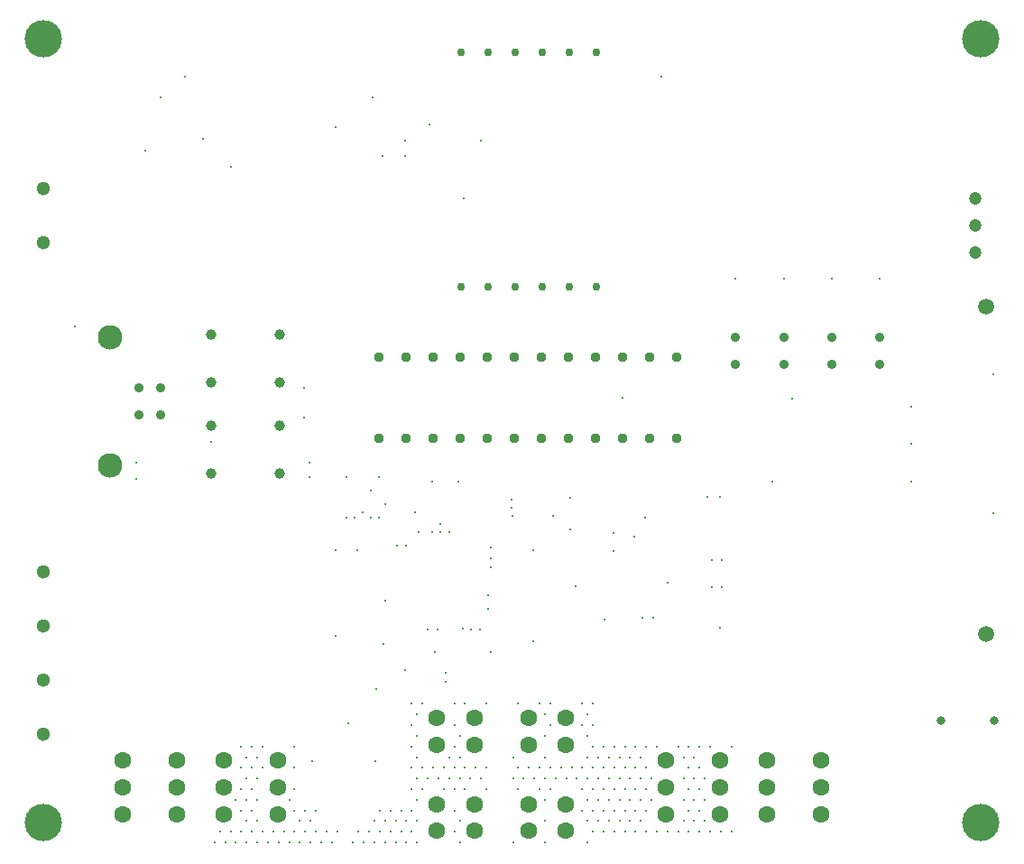
<source format=gbr>
%TF.GenerationSoftware,Altium Limited,Altium Designer,25.2.1 (25)*%
G04 Layer_Color=0*
%FSLAX43Y43*%
%MOMM*%
%TF.SameCoordinates,14BE83A4-B3EB-4770-8DB1-726BE69DDD70*%
%TF.FilePolarity,Positive*%
%TF.FileFunction,Plated,1,4,PTH,Drill*%
%TF.Part,Single*%
G01*
G75*
%TA.AperFunction,ComponentDrill*%
%ADD129C,0.900*%
%ADD130C,0.762*%
%ADD131C,1.600*%
%ADD132C,0.800*%
%ADD133C,1.200*%
%ADD134C,1.300*%
%ADD135C,0.950*%
%ADD136C,1.500*%
%ADD137C,1.000*%
%ADD138C,2.300*%
%TA.AperFunction,OtherDrill,Pad Free-X (92.5mm,78mm)*%
%ADD139C,3.500*%
%TA.AperFunction,OtherDrill,Pad Free-X (4.5mm,78mm)*%
%ADD140C,3.500*%
%TA.AperFunction,OtherDrill,Pad Free-X (4.5mm,4.5mm)*%
%ADD141C,3.500*%
%TA.AperFunction,OtherDrill,Pad Free-X (92.5mm,4.5mm)*%
%ADD142C,3.500*%
%TA.AperFunction,ViaDrill,NotFilled*%
%ADD143C,0.200*%
%ADD144C,0.175*%
D129*
X69500Y50000D02*
D03*
Y47460D02*
D03*
X78500Y50000D02*
D03*
Y47460D02*
D03*
X83000Y50000D02*
D03*
Y47460D02*
D03*
X74000D02*
D03*
Y50000D02*
D03*
X15500Y42750D02*
D03*
X13500D02*
D03*
Y45250D02*
D03*
X15500D02*
D03*
D130*
X48768Y54786D02*
D03*
X56388Y76786D02*
D03*
X53848D02*
D03*
X51308D02*
D03*
X48768D02*
D03*
X46228D02*
D03*
X43688D02*
D03*
X56388Y54786D02*
D03*
X53848D02*
D03*
X51308D02*
D03*
X46228D02*
D03*
X43688D02*
D03*
D131*
X17040Y10290D02*
D03*
Y7750D02*
D03*
Y5210D02*
D03*
X11960D02*
D03*
Y7750D02*
D03*
Y10290D02*
D03*
X26540D02*
D03*
Y7750D02*
D03*
Y5210D02*
D03*
X21460D02*
D03*
Y7750D02*
D03*
Y10290D02*
D03*
X68040D02*
D03*
Y7750D02*
D03*
Y5210D02*
D03*
X62960D02*
D03*
Y7750D02*
D03*
Y10290D02*
D03*
X41460Y11750D02*
D03*
Y14250D02*
D03*
X44960Y11750D02*
D03*
Y14250D02*
D03*
X50040Y11750D02*
D03*
Y14250D02*
D03*
X53540Y11750D02*
D03*
Y14250D02*
D03*
X77540Y10290D02*
D03*
Y7750D02*
D03*
Y5210D02*
D03*
X72460D02*
D03*
Y7750D02*
D03*
Y10290D02*
D03*
X41460Y3660D02*
D03*
Y6160D02*
D03*
X44960Y3660D02*
D03*
Y6160D02*
D03*
X50040Y3660D02*
D03*
Y6160D02*
D03*
X53540Y3660D02*
D03*
Y6160D02*
D03*
D132*
X93750Y14000D02*
D03*
X88750D02*
D03*
D133*
X92000Y63080D02*
D03*
Y60540D02*
D03*
Y58000D02*
D03*
D134*
X4500Y28000D02*
D03*
Y22920D02*
D03*
Y58920D02*
D03*
Y12760D02*
D03*
Y17840D02*
D03*
Y64000D02*
D03*
D135*
X43620Y40500D02*
D03*
X56320D02*
D03*
X48700Y48120D02*
D03*
X56320D02*
D03*
X58860D02*
D03*
X61400D02*
D03*
X63940D02*
D03*
X53780D02*
D03*
X51240D02*
D03*
X46160D02*
D03*
X43620D02*
D03*
X41080D02*
D03*
X38540D02*
D03*
X36000D02*
D03*
X58860Y40500D02*
D03*
X61400D02*
D03*
X63940D02*
D03*
X53780D02*
D03*
X51240D02*
D03*
X48700D02*
D03*
X46160D02*
D03*
X41080D02*
D03*
X38540D02*
D03*
X36000D02*
D03*
D136*
X93000Y22150D02*
D03*
Y52850D02*
D03*
D137*
X26750Y45750D02*
D03*
X20250D02*
D03*
Y50250D02*
D03*
X26750D02*
D03*
X20250Y41750D02*
D03*
X26750D02*
D03*
X20250Y37250D02*
D03*
X26750D02*
D03*
D138*
X10800Y37980D02*
D03*
Y50020D02*
D03*
D139*
X92500Y78000D02*
D03*
D140*
X4500D02*
D03*
D141*
Y4500D02*
D03*
D142*
X92500D02*
D03*
D143*
X32100Y3600D02*
D03*
X31600Y2600D02*
D03*
X31100Y3600D02*
D03*
X30600Y2600D02*
D03*
X30100Y5600D02*
D03*
X29600Y4600D02*
D03*
X30100Y3600D02*
D03*
X29600Y2600D02*
D03*
X29100Y5600D02*
D03*
X28600Y4600D02*
D03*
X29100Y3600D02*
D03*
X28600Y2600D02*
D03*
X28100Y11600D02*
D03*
Y9600D02*
D03*
Y7600D02*
D03*
X27600Y6600D02*
D03*
X28100Y5600D02*
D03*
Y3600D02*
D03*
X27600Y2600D02*
D03*
X27100Y3600D02*
D03*
X26600Y2600D02*
D03*
X26100Y3600D02*
D03*
X25600Y2600D02*
D03*
X25100Y11600D02*
D03*
X24600Y10600D02*
D03*
X25100Y9600D02*
D03*
X24600Y8600D02*
D03*
Y6600D02*
D03*
Y4600D02*
D03*
X25100Y3600D02*
D03*
X24600Y2600D02*
D03*
X24100Y11600D02*
D03*
X23600Y10600D02*
D03*
X24100Y9600D02*
D03*
X23600Y8600D02*
D03*
X24100Y7600D02*
D03*
X23600Y6600D02*
D03*
X24100Y5600D02*
D03*
X23600Y4600D02*
D03*
X24100Y3600D02*
D03*
X23600Y2600D02*
D03*
X23100Y11600D02*
D03*
Y9600D02*
D03*
Y7600D02*
D03*
X22600Y6600D02*
D03*
X23100Y5600D02*
D03*
Y3600D02*
D03*
X22600Y2600D02*
D03*
X22100Y3600D02*
D03*
X21600Y2600D02*
D03*
X21100Y3600D02*
D03*
X20600Y2600D02*
D03*
X46100Y15600D02*
D03*
Y9600D02*
D03*
X45600Y8600D02*
D03*
X46100Y7600D02*
D03*
X45100Y9600D02*
D03*
X44600Y8600D02*
D03*
X44100Y15600D02*
D03*
X43600Y12600D02*
D03*
Y10600D02*
D03*
X44100Y9600D02*
D03*
X43600Y8600D02*
D03*
X44100Y7600D02*
D03*
X43600Y4600D02*
D03*
Y2600D02*
D03*
X43100Y15600D02*
D03*
Y13600D02*
D03*
Y11600D02*
D03*
X42600Y10600D02*
D03*
X43100Y9600D02*
D03*
X42600Y8600D02*
D03*
X43100Y7600D02*
D03*
Y5600D02*
D03*
Y3600D02*
D03*
X42100Y9600D02*
D03*
X41600Y8600D02*
D03*
X42100Y7600D02*
D03*
X41100Y9600D02*
D03*
X40600Y8600D02*
D03*
X40100Y15600D02*
D03*
X39600Y14600D02*
D03*
Y12600D02*
D03*
Y10600D02*
D03*
X40100Y9600D02*
D03*
X39600Y8600D02*
D03*
X40100Y7600D02*
D03*
X39600Y6600D02*
D03*
Y4600D02*
D03*
Y2600D02*
D03*
X39100Y15600D02*
D03*
Y13600D02*
D03*
Y11600D02*
D03*
Y9600D02*
D03*
Y7600D02*
D03*
Y5600D02*
D03*
X38600Y4600D02*
D03*
X39100Y3600D02*
D03*
X38600Y2600D02*
D03*
X38100Y5600D02*
D03*
X37600Y4600D02*
D03*
X38100Y3600D02*
D03*
X37600Y2600D02*
D03*
X37100Y5600D02*
D03*
X36600Y4600D02*
D03*
X37100Y3600D02*
D03*
X36600Y2600D02*
D03*
X36100Y5600D02*
D03*
X35600Y4600D02*
D03*
X36100Y3600D02*
D03*
X35600Y2600D02*
D03*
X35100Y3600D02*
D03*
X34600Y2600D02*
D03*
X34100Y3600D02*
D03*
X33600Y2600D02*
D03*
X69100Y11600D02*
D03*
Y3600D02*
D03*
X68100D02*
D03*
X67100Y11600D02*
D03*
X66600Y8600D02*
D03*
Y6600D02*
D03*
Y4600D02*
D03*
X67100Y3600D02*
D03*
X66100Y11600D02*
D03*
X65600Y10600D02*
D03*
X66100Y9600D02*
D03*
X65600Y8600D02*
D03*
X66100Y7600D02*
D03*
X65600Y6600D02*
D03*
X66100Y5600D02*
D03*
X65600Y4600D02*
D03*
X66100Y3600D02*
D03*
X65100Y11600D02*
D03*
X64600Y10600D02*
D03*
X65100Y9600D02*
D03*
X64600Y8600D02*
D03*
X65100Y7600D02*
D03*
X64600Y6600D02*
D03*
X65100Y5600D02*
D03*
X64600Y4600D02*
D03*
X65100Y3600D02*
D03*
X64100Y11600D02*
D03*
Y3600D02*
D03*
X63100D02*
D03*
X62100Y11600D02*
D03*
X61600Y8600D02*
D03*
Y6600D02*
D03*
X62100Y3600D02*
D03*
X61100Y11600D02*
D03*
X60600Y10600D02*
D03*
X61100Y9600D02*
D03*
X60600Y8600D02*
D03*
X61100Y7600D02*
D03*
X60600Y6600D02*
D03*
X61100Y5600D02*
D03*
X60600Y4600D02*
D03*
X61100Y3600D02*
D03*
X60100Y11600D02*
D03*
X59600Y10600D02*
D03*
X60100Y9600D02*
D03*
X59600Y8600D02*
D03*
X60100Y7600D02*
D03*
X59600Y6600D02*
D03*
X60100Y5600D02*
D03*
X59600Y4600D02*
D03*
X60100Y3600D02*
D03*
X59100Y11600D02*
D03*
X58600Y10600D02*
D03*
X59100Y9600D02*
D03*
X58600Y8600D02*
D03*
X59100Y7600D02*
D03*
X58600Y6600D02*
D03*
X59100Y5600D02*
D03*
X58600Y4600D02*
D03*
X59100Y3600D02*
D03*
X58100Y11600D02*
D03*
X57600Y10600D02*
D03*
X58100Y9600D02*
D03*
X57600Y8600D02*
D03*
X58100Y7600D02*
D03*
X57600Y6600D02*
D03*
X58100Y5600D02*
D03*
X57600Y4600D02*
D03*
X58100Y3600D02*
D03*
X57100Y11600D02*
D03*
X56600Y10600D02*
D03*
X57100Y9600D02*
D03*
X56600Y8600D02*
D03*
X57100Y7600D02*
D03*
X56600Y6600D02*
D03*
X57100Y5600D02*
D03*
X56600Y4600D02*
D03*
X57100Y3600D02*
D03*
X56100Y15600D02*
D03*
X55600Y14600D02*
D03*
X56100Y13600D02*
D03*
X55600Y12600D02*
D03*
X56100Y11600D02*
D03*
X55600Y10600D02*
D03*
X56100Y9600D02*
D03*
X55600Y8600D02*
D03*
X56100Y7600D02*
D03*
X55600Y6600D02*
D03*
X56100Y5600D02*
D03*
X55600Y4600D02*
D03*
X56100Y3600D02*
D03*
X55600Y2600D02*
D03*
X55100Y15600D02*
D03*
Y13600D02*
D03*
Y9600D02*
D03*
X54600Y8600D02*
D03*
X55100Y7600D02*
D03*
Y5600D02*
D03*
X54100Y9600D02*
D03*
X53600Y8600D02*
D03*
X53100Y9600D02*
D03*
X52600Y8600D02*
D03*
X52100Y15600D02*
D03*
X51600Y14600D02*
D03*
X52100Y13600D02*
D03*
X51600Y12600D02*
D03*
Y10600D02*
D03*
X52100Y9600D02*
D03*
X51600Y8600D02*
D03*
X52100Y7600D02*
D03*
X51600Y6600D02*
D03*
Y4600D02*
D03*
Y2600D02*
D03*
X51100Y15600D02*
D03*
Y9600D02*
D03*
X50600Y8600D02*
D03*
X51100Y7600D02*
D03*
X50100Y9600D02*
D03*
X49600Y8600D02*
D03*
X49100Y15600D02*
D03*
X48600Y10600D02*
D03*
X49100Y9600D02*
D03*
X48600Y8600D02*
D03*
X49100Y7600D02*
D03*
X48600Y2600D02*
D03*
D144*
X68000Y35000D02*
D03*
X67249Y26600D02*
D03*
X68200D02*
D03*
X67249Y29100D02*
D03*
X68200D02*
D03*
X40994Y36500D02*
D03*
X66800Y35000D02*
D03*
X68000Y22750D02*
D03*
X48514Y33250D02*
D03*
X33722Y33097D02*
D03*
X32963Y33095D02*
D03*
X36576Y34365D02*
D03*
X34481Y33600D02*
D03*
X35246Y35635D02*
D03*
X35241Y33097D02*
D03*
X52324Y33250D02*
D03*
X58860Y44310D02*
D03*
X38500Y18750D02*
D03*
X35750Y17000D02*
D03*
X41250Y20500D02*
D03*
X43900Y22627D02*
D03*
X42250Y17653D02*
D03*
X35687Y10204D02*
D03*
X29750D02*
D03*
X33110Y13750D02*
D03*
X74803Y44216D02*
D03*
X72897Y36500D02*
D03*
X60960Y33060D02*
D03*
X58000Y31650D02*
D03*
X60000Y31300D02*
D03*
X40600Y22584D02*
D03*
X63119Y27000D02*
D03*
X61750Y23700D02*
D03*
X54000Y34940D02*
D03*
Y32000D02*
D03*
X60750Y23700D02*
D03*
X58000Y29950D02*
D03*
X7493Y51000D02*
D03*
X57150Y23500D02*
D03*
X46500Y30250D02*
D03*
X40994Y31700D02*
D03*
X42600D02*
D03*
X41756D02*
D03*
X41800Y32500D02*
D03*
X36576Y25273D02*
D03*
X36422Y21249D02*
D03*
X37730Y30440D02*
D03*
X32000Y30000D02*
D03*
X32963Y36905D02*
D03*
X93715Y33500D02*
D03*
Y46500D02*
D03*
X86000Y43500D02*
D03*
Y36500D02*
D03*
Y40000D02*
D03*
X69500Y55485D02*
D03*
X78500D02*
D03*
X32000Y69750D02*
D03*
X38500Y68450D02*
D03*
X41500Y22584D02*
D03*
X50500Y30000D02*
D03*
X14060Y67500D02*
D03*
X15500Y72500D02*
D03*
X45600Y68500D02*
D03*
X44000Y63060D02*
D03*
X43500Y36500D02*
D03*
X54500Y26625D02*
D03*
X50500Y21500D02*
D03*
X42250Y18500D02*
D03*
X40750Y70000D02*
D03*
X22150Y66000D02*
D03*
X17780Y74500D02*
D03*
X20250Y40190D02*
D03*
X29500Y36905D02*
D03*
X13250Y36720D02*
D03*
X32000Y22000D02*
D03*
X83000Y55500D02*
D03*
X46500Y28400D02*
D03*
X35400Y72500D02*
D03*
X39370Y33600D02*
D03*
X19500Y68675D02*
D03*
X29500Y38250D02*
D03*
X34010Y30000D02*
D03*
X29000Y42500D02*
D03*
Y45250D02*
D03*
X36000Y33097D02*
D03*
X36000Y36905D02*
D03*
X46500Y29250D02*
D03*
X46300Y25800D02*
D03*
Y24500D02*
D03*
X44700Y22600D02*
D03*
X45500D02*
D03*
X38560Y30440D02*
D03*
X39751Y31700D02*
D03*
X62500Y74500D02*
D03*
X74000Y55500D02*
D03*
X46482Y20500D02*
D03*
X38500Y67000D02*
D03*
X36322D02*
D03*
X48500Y34000D02*
D03*
Y34750D02*
D03*
X13250Y38280D02*
D03*
%TF.MD5,efbc90880dd20e2993cbd442c87f7161*%
M02*

</source>
